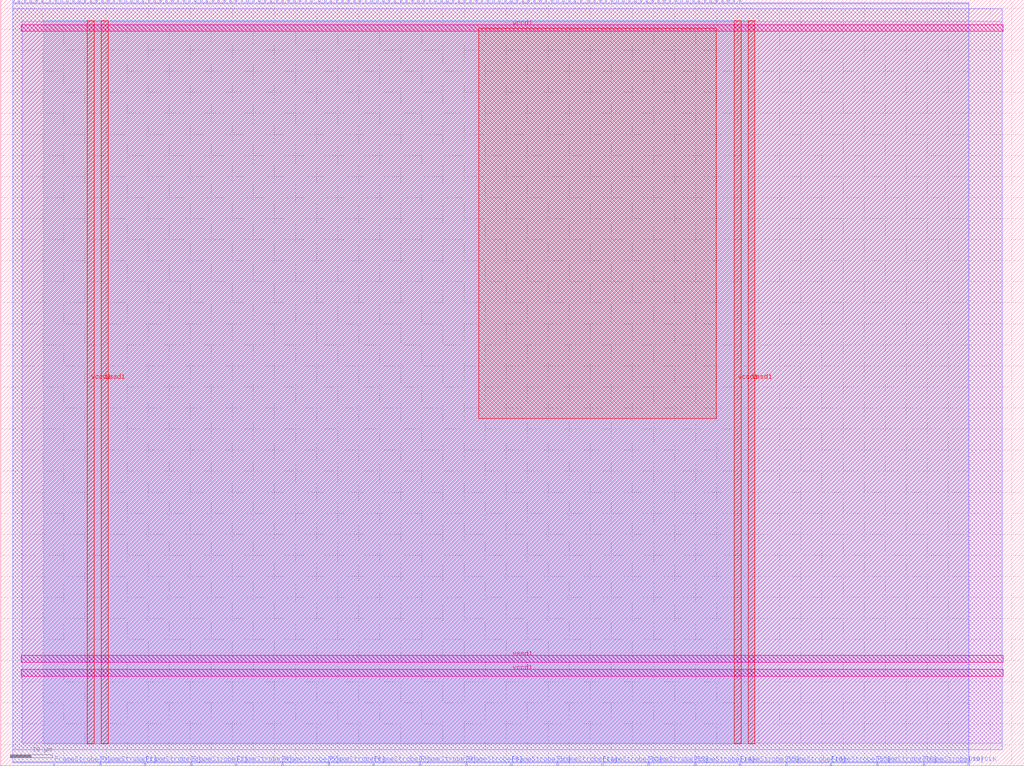
<source format=lef>
VERSION 5.7 ;
  NOWIREEXTENSIONATPIN ON ;
  DIVIDERCHAR "/" ;
  BUSBITCHARS "[]" ;
MACRO S_term_DSP
  CLASS BLOCK ;
  FOREIGN S_term_DSP ;
  ORIGIN 0.000 0.000 ;
  SIZE 243.000 BY 182.000 ;
  PIN FrameStrobe[0]
    DIRECTION INPUT ;
    USE SIGNAL ;
    ANTENNAGATEAREA 0.213000 ;
    PORT
      LAYER met2 ;
        RECT 12.460 0.000 12.840 0.700 ;
    END
  END FrameStrobe[0]
  PIN FrameStrobe[10]
    DIRECTION INPUT ;
    USE SIGNAL ;
    ANTENNAGATEAREA 0.196500 ;
    PORT
      LAYER met2 ;
        RECT 121.020 0.000 121.400 0.700 ;
    END
  END FrameStrobe[10]
  PIN FrameStrobe[11]
    DIRECTION INPUT ;
    USE SIGNAL ;
    ANTENNAGATEAREA 0.196500 ;
    PORT
      LAYER met2 ;
        RECT 132.060 0.000 132.440 0.700 ;
    END
  END FrameStrobe[11]
  PIN FrameStrobe[12]
    DIRECTION INPUT ;
    USE SIGNAL ;
    ANTENNAGATEAREA 0.196500 ;
    PORT
      LAYER met2 ;
        RECT 142.640 0.000 143.020 0.700 ;
    END
  END FrameStrobe[12]
  PIN FrameStrobe[13]
    DIRECTION INPUT ;
    USE SIGNAL ;
    ANTENNAGATEAREA 0.196500 ;
    PORT
      LAYER met2 ;
        RECT 153.680 0.000 154.060 0.700 ;
    END
  END FrameStrobe[13]
  PIN FrameStrobe[14]
    DIRECTION INPUT ;
    USE SIGNAL ;
    ANTENNAGATEAREA 0.196500 ;
    PORT
      LAYER met2 ;
        RECT 164.720 0.000 165.100 0.700 ;
    END
  END FrameStrobe[14]
  PIN FrameStrobe[15]
    DIRECTION INPUT ;
    USE SIGNAL ;
    ANTENNAGATEAREA 0.196500 ;
    PORT
      LAYER met2 ;
        RECT 175.300 0.000 175.680 0.700 ;
    END
  END FrameStrobe[15]
  PIN FrameStrobe[16]
    DIRECTION INPUT ;
    USE SIGNAL ;
    ANTENNAGATEAREA 0.126000 ;
    PORT
      LAYER met2 ;
        RECT 186.340 0.000 186.720 0.700 ;
    END
  END FrameStrobe[16]
  PIN FrameStrobe[17]
    DIRECTION INPUT ;
    USE SIGNAL ;
    ANTENNAGATEAREA 0.196500 ;
    PORT
      LAYER met2 ;
        RECT 196.920 0.000 197.300 0.700 ;
    END
  END FrameStrobe[17]
  PIN FrameStrobe[18]
    DIRECTION INPUT ;
    USE SIGNAL ;
    ANTENNAGATEAREA 0.126000 ;
    PORT
      LAYER met2 ;
        RECT 207.960 0.000 208.340 0.700 ;
    END
  END FrameStrobe[18]
  PIN FrameStrobe[19]
    DIRECTION INPUT ;
    USE SIGNAL ;
    ANTENNAGATEAREA 0.213000 ;
    PORT
      LAYER met2 ;
        RECT 219.000 0.000 219.380 0.700 ;
    END
  END FrameStrobe[19]
  PIN FrameStrobe[1]
    DIRECTION INPUT ;
    USE SIGNAL ;
    ANTENNAGATEAREA 0.126000 ;
    PORT
      LAYER met2 ;
        RECT 23.500 0.000 23.880 0.700 ;
    END
  END FrameStrobe[1]
  PIN FrameStrobe[2]
    DIRECTION INPUT ;
    USE SIGNAL ;
    ANTENNAGATEAREA 0.126000 ;
    PORT
      LAYER met2 ;
        RECT 34.080 0.000 34.460 0.700 ;
    END
  END FrameStrobe[2]
  PIN FrameStrobe[3]
    DIRECTION INPUT ;
    USE SIGNAL ;
    ANTENNAGATEAREA 0.126000 ;
    PORT
      LAYER met2 ;
        RECT 45.120 0.000 45.500 0.700 ;
    END
  END FrameStrobe[3]
  PIN FrameStrobe[4]
    DIRECTION INPUT ;
    USE SIGNAL ;
    ANTENNAGATEAREA 0.196500 ;
    PORT
      LAYER met2 ;
        RECT 55.700 0.000 56.080 0.700 ;
    END
  END FrameStrobe[4]
  PIN FrameStrobe[5]
    DIRECTION INPUT ;
    USE SIGNAL ;
    ANTENNAGATEAREA 0.196500 ;
    PORT
      LAYER met2 ;
        RECT 66.740 0.000 67.120 0.700 ;
    END
  END FrameStrobe[5]
  PIN FrameStrobe[6]
    DIRECTION INPUT ;
    USE SIGNAL ;
    ANTENNAGATEAREA 0.196500 ;
    PORT
      LAYER met2 ;
        RECT 77.780 0.000 78.160 0.700 ;
    END
  END FrameStrobe[6]
  PIN FrameStrobe[7]
    DIRECTION INPUT ;
    USE SIGNAL ;
    ANTENNAGATEAREA 0.196500 ;
    PORT
      LAYER met2 ;
        RECT 88.360 0.000 88.740 0.700 ;
    END
  END FrameStrobe[7]
  PIN FrameStrobe[8]
    DIRECTION INPUT ;
    USE SIGNAL ;
    ANTENNAGATEAREA 0.196500 ;
    PORT
      LAYER met2 ;
        RECT 99.400 0.000 99.780 0.700 ;
    END
  END FrameStrobe[8]
  PIN FrameStrobe[9]
    DIRECTION INPUT ;
    USE SIGNAL ;
    ANTENNAGATEAREA 0.196500 ;
    PORT
      LAYER met2 ;
        RECT 110.440 0.000 110.820 0.700 ;
    END
  END FrameStrobe[9]
  PIN FrameStrobe_O[0]
    DIRECTION OUTPUT TRISTATE ;
    USE SIGNAL ;
    ANTENNADIFFAREA 0.445500 ;
    PORT
      LAYER met2 ;
        RECT 147.700 181.300 148.080 182.000 ;
    END
  END FrameStrobe_O[0]
  PIN FrameStrobe_O[10]
    DIRECTION OUTPUT TRISTATE ;
    USE SIGNAL ;
    ANTENNADIFFAREA 0.795200 ;
    PORT
      LAYER met2 ;
        RECT 161.500 181.300 161.880 182.000 ;
    END
  END FrameStrobe_O[10]
  PIN FrameStrobe_O[11]
    DIRECTION OUTPUT TRISTATE ;
    USE SIGNAL ;
    ANTENNADIFFAREA 0.795200 ;
    PORT
      LAYER met2 ;
        RECT 162.880 181.300 163.260 182.000 ;
    END
  END FrameStrobe_O[11]
  PIN FrameStrobe_O[12]
    DIRECTION OUTPUT TRISTATE ;
    USE SIGNAL ;
    ANTENNADIFFAREA 0.795200 ;
    PORT
      LAYER met2 ;
        RECT 164.260 181.300 164.640 182.000 ;
    END
  END FrameStrobe_O[12]
  PIN FrameStrobe_O[13]
    DIRECTION OUTPUT TRISTATE ;
    USE SIGNAL ;
    ANTENNADIFFAREA 0.795200 ;
    PORT
      LAYER met2 ;
        RECT 165.640 181.300 166.020 182.000 ;
    END
  END FrameStrobe_O[13]
  PIN FrameStrobe_O[14]
    DIRECTION OUTPUT TRISTATE ;
    USE SIGNAL ;
    ANTENNADIFFAREA 0.795200 ;
    PORT
      LAYER met2 ;
        RECT 167.020 181.300 167.400 182.000 ;
    END
  END FrameStrobe_O[14]
  PIN FrameStrobe_O[15]
    DIRECTION OUTPUT TRISTATE ;
    USE SIGNAL ;
    ANTENNADIFFAREA 0.795200 ;
    PORT
      LAYER met2 ;
        RECT 168.400 181.300 168.780 182.000 ;
    END
  END FrameStrobe_O[15]
  PIN FrameStrobe_O[16]
    DIRECTION OUTPUT TRISTATE ;
    USE SIGNAL ;
    ANTENNADIFFAREA 0.795200 ;
    PORT
      LAYER met2 ;
        RECT 169.780 181.300 170.160 182.000 ;
    END
  END FrameStrobe_O[16]
  PIN FrameStrobe_O[17]
    DIRECTION OUTPUT TRISTATE ;
    USE SIGNAL ;
    ANTENNADIFFAREA 0.795200 ;
    PORT
      LAYER met2 ;
        RECT 171.160 181.300 171.540 182.000 ;
    END
  END FrameStrobe_O[17]
  PIN FrameStrobe_O[18]
    DIRECTION OUTPUT TRISTATE ;
    USE SIGNAL ;
    ANTENNADIFFAREA 0.795200 ;
    PORT
      LAYER met2 ;
        RECT 172.540 181.300 172.920 182.000 ;
    END
  END FrameStrobe_O[18]
  PIN FrameStrobe_O[19]
    DIRECTION OUTPUT TRISTATE ;
    USE SIGNAL ;
    ANTENNADIFFAREA 0.795200 ;
    PORT
      LAYER met2 ;
        RECT 173.920 181.300 174.300 182.000 ;
    END
  END FrameStrobe_O[19]
  PIN FrameStrobe_O[1]
    DIRECTION OUTPUT TRISTATE ;
    USE SIGNAL ;
    ANTENNADIFFAREA 0.795200 ;
    PORT
      LAYER met2 ;
        RECT 149.080 181.300 149.460 182.000 ;
    END
  END FrameStrobe_O[1]
  PIN FrameStrobe_O[2]
    DIRECTION OUTPUT TRISTATE ;
    USE SIGNAL ;
    ANTENNADIFFAREA 0.795200 ;
    PORT
      LAYER met2 ;
        RECT 150.460 181.300 150.840 182.000 ;
    END
  END FrameStrobe_O[2]
  PIN FrameStrobe_O[3]
    DIRECTION OUTPUT TRISTATE ;
    USE SIGNAL ;
    ANTENNADIFFAREA 0.795200 ;
    PORT
      LAYER met2 ;
        RECT 151.840 181.300 152.220 182.000 ;
    END
  END FrameStrobe_O[3]
  PIN FrameStrobe_O[4]
    DIRECTION OUTPUT TRISTATE ;
    USE SIGNAL ;
    ANTENNADIFFAREA 0.445500 ;
    PORT
      LAYER met2 ;
        RECT 153.220 181.300 153.600 182.000 ;
    END
  END FrameStrobe_O[4]
  PIN FrameStrobe_O[5]
    DIRECTION OUTPUT TRISTATE ;
    USE SIGNAL ;
    ANTENNADIFFAREA 0.795200 ;
    PORT
      LAYER met2 ;
        RECT 154.600 181.300 154.980 182.000 ;
    END
  END FrameStrobe_O[5]
  PIN FrameStrobe_O[6]
    DIRECTION OUTPUT TRISTATE ;
    USE SIGNAL ;
    ANTENNADIFFAREA 0.795200 ;
    PORT
      LAYER met2 ;
        RECT 155.980 181.300 156.360 182.000 ;
    END
  END FrameStrobe_O[6]
  PIN FrameStrobe_O[7]
    DIRECTION OUTPUT TRISTATE ;
    USE SIGNAL ;
    ANTENNADIFFAREA 0.795200 ;
    PORT
      LAYER met2 ;
        RECT 157.360 181.300 157.740 182.000 ;
    END
  END FrameStrobe_O[7]
  PIN FrameStrobe_O[8]
    DIRECTION OUTPUT TRISTATE ;
    USE SIGNAL ;
    ANTENNADIFFAREA 0.795200 ;
    PORT
      LAYER met2 ;
        RECT 158.740 181.300 159.120 182.000 ;
    END
  END FrameStrobe_O[8]
  PIN FrameStrobe_O[9]
    DIRECTION OUTPUT TRISTATE ;
    USE SIGNAL ;
    ANTENNADIFFAREA 0.795200 ;
    PORT
      LAYER met2 ;
        RECT 160.120 181.300 160.500 182.000 ;
    END
  END FrameStrobe_O[9]
  PIN N1BEG[0]
    DIRECTION OUTPUT TRISTATE ;
    USE SIGNAL ;
    ANTENNADIFFAREA 0.795200 ;
    PORT
      LAYER met2 ;
        RECT 2.800 181.300 3.180 182.000 ;
    END
  END N1BEG[0]
  PIN N1BEG[1]
    DIRECTION OUTPUT TRISTATE ;
    USE SIGNAL ;
    ANTENNADIFFAREA 0.795200 ;
    PORT
      LAYER met2 ;
        RECT 4.180 181.300 4.560 182.000 ;
    END
  END N1BEG[1]
  PIN N1BEG[2]
    DIRECTION OUTPUT TRISTATE ;
    USE SIGNAL ;
    ANTENNADIFFAREA 0.795200 ;
    PORT
      LAYER met2 ;
        RECT 5.560 181.300 5.940 182.000 ;
    END
  END N1BEG[2]
  PIN N1BEG[3]
    DIRECTION OUTPUT TRISTATE ;
    USE SIGNAL ;
    ANTENNADIFFAREA 0.795200 ;
    PORT
      LAYER met2 ;
        RECT 6.940 181.300 7.320 182.000 ;
    END
  END N1BEG[3]
  PIN N2BEG[0]
    DIRECTION OUTPUT TRISTATE ;
    USE SIGNAL ;
    ANTENNADIFFAREA 0.795200 ;
    PORT
      LAYER met2 ;
        RECT 8.320 181.300 8.700 182.000 ;
    END
  END N2BEG[0]
  PIN N2BEG[1]
    DIRECTION OUTPUT TRISTATE ;
    USE SIGNAL ;
    ANTENNADIFFAREA 0.445500 ;
    PORT
      LAYER met2 ;
        RECT 9.700 181.300 10.080 182.000 ;
    END
  END N2BEG[1]
  PIN N2BEG[2]
    DIRECTION OUTPUT TRISTATE ;
    USE SIGNAL ;
    ANTENNADIFFAREA 0.445500 ;
    PORT
      LAYER met2 ;
        RECT 11.540 181.300 11.920 182.000 ;
    END
  END N2BEG[2]
  PIN N2BEG[3]
    DIRECTION OUTPUT TRISTATE ;
    USE SIGNAL ;
    ANTENNADIFFAREA 0.795200 ;
    PORT
      LAYER met2 ;
        RECT 12.920 181.300 13.300 182.000 ;
    END
  END N2BEG[3]
  PIN N2BEG[4]
    DIRECTION OUTPUT TRISTATE ;
    USE SIGNAL ;
    ANTENNADIFFAREA 0.795200 ;
    PORT
      LAYER met2 ;
        RECT 14.300 181.300 14.680 182.000 ;
    END
  END N2BEG[4]
  PIN N2BEG[5]
    DIRECTION OUTPUT TRISTATE ;
    USE SIGNAL ;
    ANTENNADIFFAREA 0.795200 ;
    PORT
      LAYER met2 ;
        RECT 15.680 181.300 16.060 182.000 ;
    END
  END N2BEG[5]
  PIN N2BEG[6]
    DIRECTION OUTPUT TRISTATE ;
    USE SIGNAL ;
    ANTENNADIFFAREA 0.445500 ;
    PORT
      LAYER met2 ;
        RECT 17.060 181.300 17.440 182.000 ;
    END
  END N2BEG[6]
  PIN N2BEG[7]
    DIRECTION OUTPUT TRISTATE ;
    USE SIGNAL ;
    ANTENNADIFFAREA 0.445500 ;
    PORT
      LAYER met2 ;
        RECT 18.440 181.300 18.820 182.000 ;
    END
  END N2BEG[7]
  PIN N2BEGb[0]
    DIRECTION OUTPUT TRISTATE ;
    USE SIGNAL ;
    ANTENNADIFFAREA 0.795200 ;
    PORT
      LAYER met2 ;
        RECT 19.820 181.300 20.200 182.000 ;
    END
  END N2BEGb[0]
  PIN N2BEGb[1]
    DIRECTION OUTPUT TRISTATE ;
    USE SIGNAL ;
    ANTENNADIFFAREA 0.795200 ;
    PORT
      LAYER met2 ;
        RECT 21.200 181.300 21.580 182.000 ;
    END
  END N2BEGb[1]
  PIN N2BEGb[2]
    DIRECTION OUTPUT TRISTATE ;
    USE SIGNAL ;
    ANTENNADIFFAREA 0.795200 ;
    PORT
      LAYER met2 ;
        RECT 22.580 181.300 22.960 182.000 ;
    END
  END N2BEGb[2]
  PIN N2BEGb[3]
    DIRECTION OUTPUT TRISTATE ;
    USE SIGNAL ;
    ANTENNADIFFAREA 0.445500 ;
    PORT
      LAYER met2 ;
        RECT 23.960 181.300 24.340 182.000 ;
    END
  END N2BEGb[3]
  PIN N2BEGb[4]
    DIRECTION OUTPUT TRISTATE ;
    USE SIGNAL ;
    ANTENNADIFFAREA 0.445500 ;
    PORT
      LAYER met2 ;
        RECT 25.340 181.300 25.720 182.000 ;
    END
  END N2BEGb[4]
  PIN N2BEGb[5]
    DIRECTION OUTPUT TRISTATE ;
    USE SIGNAL ;
    ANTENNADIFFAREA 0.795200 ;
    PORT
      LAYER met2 ;
        RECT 26.720 181.300 27.100 182.000 ;
    END
  END N2BEGb[5]
  PIN N2BEGb[6]
    DIRECTION OUTPUT TRISTATE ;
    USE SIGNAL ;
    ANTENNADIFFAREA 0.795200 ;
    PORT
      LAYER met2 ;
        RECT 28.100 181.300 28.480 182.000 ;
    END
  END N2BEGb[6]
  PIN N2BEGb[7]
    DIRECTION OUTPUT TRISTATE ;
    USE SIGNAL ;
    ANTENNADIFFAREA 0.795200 ;
    PORT
      LAYER met2 ;
        RECT 29.480 181.300 29.860 182.000 ;
    END
  END N2BEGb[7]
  PIN N4BEG[0]
    DIRECTION OUTPUT TRISTATE ;
    USE SIGNAL ;
    ANTENNADIFFAREA 0.445500 ;
    PORT
      LAYER met2 ;
        RECT 30.860 181.300 31.240 182.000 ;
    END
  END N4BEG[0]
  PIN N4BEG[10]
    DIRECTION OUTPUT TRISTATE ;
    USE SIGNAL ;
    ANTENNADIFFAREA 0.445500 ;
    PORT
      LAYER met2 ;
        RECT 44.660 181.300 45.040 182.000 ;
    END
  END N4BEG[10]
  PIN N4BEG[11]
    DIRECTION OUTPUT TRISTATE ;
    USE SIGNAL ;
    ANTENNADIFFAREA 0.795200 ;
    PORT
      LAYER met2 ;
        RECT 46.040 181.300 46.420 182.000 ;
    END
  END N4BEG[11]
  PIN N4BEG[12]
    DIRECTION OUTPUT TRISTATE ;
    USE SIGNAL ;
    ANTENNADIFFAREA 0.795200 ;
    PORT
      LAYER met2 ;
        RECT 47.420 181.300 47.800 182.000 ;
    END
  END N4BEG[12]
  PIN N4BEG[13]
    DIRECTION OUTPUT TRISTATE ;
    USE SIGNAL ;
    ANTENNADIFFAREA 0.795200 ;
    PORT
      LAYER met2 ;
        RECT 48.800 181.300 49.180 182.000 ;
    END
  END N4BEG[13]
  PIN N4BEG[14]
    DIRECTION OUTPUT TRISTATE ;
    USE SIGNAL ;
    ANTENNADIFFAREA 0.795200 ;
    PORT
      LAYER met2 ;
        RECT 50.180 181.300 50.560 182.000 ;
    END
  END N4BEG[14]
  PIN N4BEG[15]
    DIRECTION OUTPUT TRISTATE ;
    USE SIGNAL ;
    ANTENNADIFFAREA 0.445500 ;
    PORT
      LAYER met2 ;
        RECT 51.560 181.300 51.940 182.000 ;
    END
  END N4BEG[15]
  PIN N4BEG[1]
    DIRECTION OUTPUT TRISTATE ;
    USE SIGNAL ;
    ANTENNADIFFAREA 0.795200 ;
    PORT
      LAYER met2 ;
        RECT 32.240 181.300 32.620 182.000 ;
    END
  END N4BEG[1]
  PIN N4BEG[2]
    DIRECTION OUTPUT TRISTATE ;
    USE SIGNAL ;
    ANTENNADIFFAREA 0.795200 ;
    PORT
      LAYER met2 ;
        RECT 33.620 181.300 34.000 182.000 ;
    END
  END N4BEG[2]
  PIN N4BEG[3]
    DIRECTION OUTPUT TRISTATE ;
    USE SIGNAL ;
    ANTENNADIFFAREA 0.795200 ;
    PORT
      LAYER met2 ;
        RECT 35.000 181.300 35.380 182.000 ;
    END
  END N4BEG[3]
  PIN N4BEG[4]
    DIRECTION OUTPUT TRISTATE ;
    USE SIGNAL ;
    ANTENNADIFFAREA 0.795200 ;
    PORT
      LAYER met2 ;
        RECT 36.380 181.300 36.760 182.000 ;
    END
  END N4BEG[4]
  PIN N4BEG[5]
    DIRECTION OUTPUT TRISTATE ;
    USE SIGNAL ;
    ANTENNADIFFAREA 0.445500 ;
    PORT
      LAYER met2 ;
        RECT 37.760 181.300 38.140 182.000 ;
    END
  END N4BEG[5]
  PIN N4BEG[6]
    DIRECTION OUTPUT TRISTATE ;
    USE SIGNAL ;
    ANTENNADIFFAREA 0.445500 ;
    PORT
      LAYER met2 ;
        RECT 39.140 181.300 39.520 182.000 ;
    END
  END N4BEG[6]
  PIN N4BEG[7]
    DIRECTION OUTPUT TRISTATE ;
    USE SIGNAL ;
    ANTENNADIFFAREA 0.795200 ;
    PORT
      LAYER met2 ;
        RECT 40.520 181.300 40.900 182.000 ;
    END
  END N4BEG[7]
  PIN N4BEG[8]
    DIRECTION OUTPUT TRISTATE ;
    USE SIGNAL ;
    ANTENNADIFFAREA 0.795200 ;
    PORT
      LAYER met2 ;
        RECT 41.900 181.300 42.280 182.000 ;
    END
  END N4BEG[8]
  PIN N4BEG[9]
    DIRECTION OUTPUT TRISTATE ;
    USE SIGNAL ;
    ANTENNADIFFAREA 0.445500 ;
    PORT
      LAYER met2 ;
        RECT 43.280 181.300 43.660 182.000 ;
    END
  END N4BEG[9]
  PIN NN4BEG[0]
    DIRECTION OUTPUT TRISTATE ;
    USE SIGNAL ;
    ANTENNADIFFAREA 0.445500 ;
    PORT
      LAYER met2 ;
        RECT 52.940 181.300 53.320 182.000 ;
    END
  END NN4BEG[0]
  PIN NN4BEG[10]
    DIRECTION OUTPUT TRISTATE ;
    USE SIGNAL ;
    ANTENNADIFFAREA 0.445500 ;
    PORT
      LAYER met2 ;
        RECT 66.740 181.300 67.120 182.000 ;
    END
  END NN4BEG[10]
  PIN NN4BEG[11]
    DIRECTION OUTPUT TRISTATE ;
    USE SIGNAL ;
    ANTENNADIFFAREA 0.795200 ;
    PORT
      LAYER met2 ;
        RECT 68.120 181.300 68.500 182.000 ;
    END
  END NN4BEG[11]
  PIN NN4BEG[12]
    DIRECTION OUTPUT TRISTATE ;
    USE SIGNAL ;
    ANTENNADIFFAREA 0.795200 ;
    PORT
      LAYER met2 ;
        RECT 69.500 181.300 69.880 182.000 ;
    END
  END NN4BEG[12]
  PIN NN4BEG[13]
    DIRECTION OUTPUT TRISTATE ;
    USE SIGNAL ;
    ANTENNADIFFAREA 0.445500 ;
    PORT
      LAYER met2 ;
        RECT 70.880 181.300 71.260 182.000 ;
    END
  END NN4BEG[13]
  PIN NN4BEG[14]
    DIRECTION OUTPUT TRISTATE ;
    USE SIGNAL ;
    ANTENNADIFFAREA 0.795200 ;
    PORT
      LAYER met2 ;
        RECT 72.260 181.300 72.640 182.000 ;
    END
  END NN4BEG[14]
  PIN NN4BEG[15]
    DIRECTION OUTPUT TRISTATE ;
    USE SIGNAL ;
    ANTENNADIFFAREA 0.445500 ;
    PORT
      LAYER met2 ;
        RECT 73.640 181.300 74.020 182.000 ;
    END
  END NN4BEG[15]
  PIN NN4BEG[1]
    DIRECTION OUTPUT TRISTATE ;
    USE SIGNAL ;
    ANTENNADIFFAREA 0.795200 ;
    PORT
      LAYER met2 ;
        RECT 54.320 181.300 54.700 182.000 ;
    END
  END NN4BEG[1]
  PIN NN4BEG[2]
    DIRECTION OUTPUT TRISTATE ;
    USE SIGNAL ;
    ANTENNADIFFAREA 0.795200 ;
    PORT
      LAYER met2 ;
        RECT 55.700 181.300 56.080 182.000 ;
    END
  END NN4BEG[2]
  PIN NN4BEG[3]
    DIRECTION OUTPUT TRISTATE ;
    USE SIGNAL ;
    ANTENNADIFFAREA 0.795200 ;
    PORT
      LAYER met2 ;
        RECT 57.080 181.300 57.460 182.000 ;
    END
  END NN4BEG[3]
  PIN NN4BEG[4]
    DIRECTION OUTPUT TRISTATE ;
    USE SIGNAL ;
    ANTENNADIFFAREA 0.445500 ;
    PORT
      LAYER met2 ;
        RECT 58.460 181.300 58.840 182.000 ;
    END
  END NN4BEG[4]
  PIN NN4BEG[5]
    DIRECTION OUTPUT TRISTATE ;
    USE SIGNAL ;
    ANTENNADIFFAREA 0.445500 ;
    PORT
      LAYER met2 ;
        RECT 59.840 181.300 60.220 182.000 ;
    END
  END NN4BEG[5]
  PIN NN4BEG[6]
    DIRECTION OUTPUT TRISTATE ;
    USE SIGNAL ;
    ANTENNADIFFAREA 0.795200 ;
    PORT
      LAYER met2 ;
        RECT 61.220 181.300 61.600 182.000 ;
    END
  END NN4BEG[6]
  PIN NN4BEG[7]
    DIRECTION OUTPUT TRISTATE ;
    USE SIGNAL ;
    ANTENNADIFFAREA 0.795200 ;
    PORT
      LAYER met2 ;
        RECT 62.600 181.300 62.980 182.000 ;
    END
  END NN4BEG[7]
  PIN NN4BEG[8]
    DIRECTION OUTPUT TRISTATE ;
    USE SIGNAL ;
    ANTENNADIFFAREA 0.795200 ;
    PORT
      LAYER met2 ;
        RECT 63.980 181.300 64.360 182.000 ;
    END
  END NN4BEG[8]
  PIN NN4BEG[9]
    DIRECTION OUTPUT TRISTATE ;
    USE SIGNAL ;
    ANTENNADIFFAREA 0.445500 ;
    PORT
      LAYER met2 ;
        RECT 65.360 181.300 65.740 182.000 ;
    END
  END NN4BEG[9]
  PIN S1END[0]
    DIRECTION INPUT ;
    USE SIGNAL ;
    ANTENNAGATEAREA 0.196500 ;
    PORT
      LAYER met2 ;
        RECT 75.480 181.300 75.860 182.000 ;
    END
  END S1END[0]
  PIN S1END[1]
    DIRECTION INPUT ;
    USE SIGNAL ;
    ANTENNAGATEAREA 0.196500 ;
    PORT
      LAYER met2 ;
        RECT 76.860 181.300 77.240 182.000 ;
    END
  END S1END[1]
  PIN S1END[2]
    DIRECTION INPUT ;
    USE SIGNAL ;
    ANTENNAGATEAREA 0.196500 ;
    PORT
      LAYER met2 ;
        RECT 78.240 181.300 78.620 182.000 ;
    END
  END S1END[2]
  PIN S1END[3]
    DIRECTION INPUT ;
    USE SIGNAL ;
    ANTENNAGATEAREA 0.196500 ;
    PORT
      LAYER met2 ;
        RECT 79.620 181.300 80.000 182.000 ;
    END
  END S1END[3]
  PIN S2END[0]
    DIRECTION INPUT ;
    USE SIGNAL ;
    ANTENNAGATEAREA 0.196500 ;
    PORT
      LAYER met2 ;
        RECT 92.040 181.300 92.420 182.000 ;
    END
  END S2END[0]
  PIN S2END[1]
    DIRECTION INPUT ;
    USE SIGNAL ;
    ANTENNAGATEAREA 0.196500 ;
    PORT
      LAYER met2 ;
        RECT 93.420 181.300 93.800 182.000 ;
    END
  END S2END[1]
  PIN S2END[2]
    DIRECTION INPUT ;
    USE SIGNAL ;
    ANTENNAGATEAREA 0.196500 ;
    PORT
      LAYER met2 ;
        RECT 94.800 181.300 95.180 182.000 ;
    END
  END S2END[2]
  PIN S2END[3]
    DIRECTION INPUT ;
    USE SIGNAL ;
    ANTENNAGATEAREA 0.196500 ;
    PORT
      LAYER met2 ;
        RECT 96.180 181.300 96.560 182.000 ;
    END
  END S2END[3]
  PIN S2END[4]
    DIRECTION INPUT ;
    USE SIGNAL ;
    ANTENNAGATEAREA 0.196500 ;
    PORT
      LAYER met2 ;
        RECT 97.560 181.300 97.940 182.000 ;
    END
  END S2END[4]
  PIN S2END[5]
    DIRECTION INPUT ;
    USE SIGNAL ;
    ANTENNAGATEAREA 0.196500 ;
    PORT
      LAYER met2 ;
        RECT 98.940 181.300 99.320 182.000 ;
    END
  END S2END[5]
  PIN S2END[6]
    DIRECTION INPUT ;
    USE SIGNAL ;
    ANTENNAGATEAREA 0.196500 ;
    PORT
      LAYER met2 ;
        RECT 100.320 181.300 100.700 182.000 ;
    END
  END S2END[6]
  PIN S2END[7]
    DIRECTION INPUT ;
    USE SIGNAL ;
    ANTENNAGATEAREA 0.196500 ;
    PORT
      LAYER met2 ;
        RECT 101.700 181.300 102.080 182.000 ;
    END
  END S2END[7]
  PIN S2MID[0]
    DIRECTION INPUT ;
    USE SIGNAL ;
    ANTENNAGATEAREA 0.196500 ;
    PORT
      LAYER met2 ;
        RECT 81.000 181.300 81.380 182.000 ;
    END
  END S2MID[0]
  PIN S2MID[1]
    DIRECTION INPUT ;
    USE SIGNAL ;
    ANTENNAGATEAREA 0.196500 ;
    PORT
      LAYER met2 ;
        RECT 82.380 181.300 82.760 182.000 ;
    END
  END S2MID[1]
  PIN S2MID[2]
    DIRECTION INPUT ;
    USE SIGNAL ;
    ANTENNAGATEAREA 0.196500 ;
    PORT
      LAYER met2 ;
        RECT 83.760 181.300 84.140 182.000 ;
    END
  END S2MID[2]
  PIN S2MID[3]
    DIRECTION INPUT ;
    USE SIGNAL ;
    ANTENNAGATEAREA 0.196500 ;
    PORT
      LAYER met2 ;
        RECT 85.140 181.300 85.520 182.000 ;
    END
  END S2MID[3]
  PIN S2MID[4]
    DIRECTION INPUT ;
    USE SIGNAL ;
    ANTENNAGATEAREA 0.196500 ;
    PORT
      LAYER met2 ;
        RECT 86.520 181.300 86.900 182.000 ;
    END
  END S2MID[4]
  PIN S2MID[5]
    DIRECTION INPUT ;
    USE SIGNAL ;
    ANTENNAGATEAREA 0.196500 ;
    PORT
      LAYER met2 ;
        RECT 87.900 181.300 88.280 182.000 ;
    END
  END S2MID[5]
  PIN S2MID[6]
    DIRECTION INPUT ;
    USE SIGNAL ;
    ANTENNAGATEAREA 0.196500 ;
    PORT
      LAYER met2 ;
        RECT 89.280 181.300 89.660 182.000 ;
    END
  END S2MID[6]
  PIN S2MID[7]
    DIRECTION INPUT ;
    USE SIGNAL ;
    ANTENNAGATEAREA 0.196500 ;
    PORT
      LAYER met2 ;
        RECT 90.660 181.300 91.040 182.000 ;
    END
  END S2MID[7]
  PIN S4END[0]
    DIRECTION INPUT ;
    USE SIGNAL ;
    ANTENNAGATEAREA 0.196500 ;
    PORT
      LAYER met2 ;
        RECT 103.080 181.300 103.460 182.000 ;
    END
  END S4END[0]
  PIN S4END[10]
    DIRECTION INPUT ;
    USE SIGNAL ;
    ANTENNAGATEAREA 0.196500 ;
    PORT
      LAYER met2 ;
        RECT 116.880 181.300 117.260 182.000 ;
    END
  END S4END[10]
  PIN S4END[11]
    DIRECTION INPUT ;
    USE SIGNAL ;
    ANTENNAGATEAREA 0.196500 ;
    PORT
      LAYER met2 ;
        RECT 118.260 181.300 118.640 182.000 ;
    END
  END S4END[11]
  PIN S4END[12]
    DIRECTION INPUT ;
    USE SIGNAL ;
    ANTENNAGATEAREA 0.196500 ;
    PORT
      LAYER met2 ;
        RECT 119.640 181.300 120.020 182.000 ;
    END
  END S4END[12]
  PIN S4END[13]
    DIRECTION INPUT ;
    USE SIGNAL ;
    ANTENNAGATEAREA 0.196500 ;
    PORT
      LAYER met2 ;
        RECT 121.020 181.300 121.400 182.000 ;
    END
  END S4END[13]
  PIN S4END[14]
    DIRECTION INPUT ;
    USE SIGNAL ;
    ANTENNAGATEAREA 0.196500 ;
    PORT
      LAYER met2 ;
        RECT 122.400 181.300 122.780 182.000 ;
    END
  END S4END[14]
  PIN S4END[15]
    DIRECTION INPUT ;
    USE SIGNAL ;
    ANTENNAGATEAREA 0.196500 ;
    PORT
      LAYER met2 ;
        RECT 123.780 181.300 124.160 182.000 ;
    END
  END S4END[15]
  PIN S4END[1]
    DIRECTION INPUT ;
    USE SIGNAL ;
    ANTENNAGATEAREA 0.196500 ;
    PORT
      LAYER met2 ;
        RECT 104.460 181.300 104.840 182.000 ;
    END
  END S4END[1]
  PIN S4END[2]
    DIRECTION INPUT ;
    USE SIGNAL ;
    ANTENNAGATEAREA 0.196500 ;
    PORT
      LAYER met2 ;
        RECT 105.840 181.300 106.220 182.000 ;
    END
  END S4END[2]
  PIN S4END[3]
    DIRECTION INPUT ;
    USE SIGNAL ;
    ANTENNAGATEAREA 0.196500 ;
    PORT
      LAYER met2 ;
        RECT 107.220 181.300 107.600 182.000 ;
    END
  END S4END[3]
  PIN S4END[4]
    DIRECTION INPUT ;
    USE SIGNAL ;
    ANTENNAGATEAREA 0.196500 ;
    PORT
      LAYER met2 ;
        RECT 108.600 181.300 108.980 182.000 ;
    END
  END S4END[4]
  PIN S4END[5]
    DIRECTION INPUT ;
    USE SIGNAL ;
    ANTENNAGATEAREA 0.196500 ;
    PORT
      LAYER met2 ;
        RECT 109.980 181.300 110.360 182.000 ;
    END
  END S4END[5]
  PIN S4END[6]
    DIRECTION INPUT ;
    USE SIGNAL ;
    ANTENNAGATEAREA 0.196500 ;
    PORT
      LAYER met2 ;
        RECT 111.360 181.300 111.740 182.000 ;
    END
  END S4END[6]
  PIN S4END[7]
    DIRECTION INPUT ;
    USE SIGNAL ;
    ANTENNAGATEAREA 0.196500 ;
    PORT
      LAYER met2 ;
        RECT 112.740 181.300 113.120 182.000 ;
    END
  END S4END[7]
  PIN S4END[8]
    DIRECTION INPUT ;
    USE SIGNAL ;
    ANTENNAGATEAREA 0.196500 ;
    PORT
      LAYER met2 ;
        RECT 114.120 181.300 114.500 182.000 ;
    END
  END S4END[8]
  PIN S4END[9]
    DIRECTION INPUT ;
    USE SIGNAL ;
    ANTENNAGATEAREA 0.196500 ;
    PORT
      LAYER met2 ;
        RECT 115.500 181.300 115.880 182.000 ;
    END
  END S4END[9]
  PIN SS4END[0]
    DIRECTION INPUT ;
    USE SIGNAL ;
    ANTENNAGATEAREA 0.196500 ;
    PORT
      LAYER met2 ;
        RECT 125.160 181.300 125.540 182.000 ;
    END
  END SS4END[0]
  PIN SS4END[10]
    DIRECTION INPUT ;
    USE SIGNAL ;
    ANTENNAGATEAREA 0.196500 ;
    PORT
      LAYER met2 ;
        RECT 139.420 181.300 139.800 182.000 ;
    END
  END SS4END[10]
  PIN SS4END[11]
    DIRECTION INPUT ;
    USE SIGNAL ;
    ANTENNAGATEAREA 0.196500 ;
    PORT
      LAYER met2 ;
        RECT 140.800 181.300 141.180 182.000 ;
    END
  END SS4END[11]
  PIN SS4END[12]
    DIRECTION INPUT ;
    USE SIGNAL ;
    ANTENNAGATEAREA 0.196500 ;
    PORT
      LAYER met2 ;
        RECT 142.180 181.300 142.560 182.000 ;
    END
  END SS4END[12]
  PIN SS4END[13]
    DIRECTION INPUT ;
    USE SIGNAL ;
    ANTENNAGATEAREA 0.196500 ;
    PORT
      LAYER met2 ;
        RECT 143.560 181.300 143.940 182.000 ;
    END
  END SS4END[13]
  PIN SS4END[14]
    DIRECTION INPUT ;
    USE SIGNAL ;
    ANTENNAGATEAREA 0.196500 ;
    PORT
      LAYER met2 ;
        RECT 144.940 181.300 145.320 182.000 ;
    END
  END SS4END[14]
  PIN SS4END[15]
    DIRECTION INPUT ;
    USE SIGNAL ;
    ANTENNAGATEAREA 0.196500 ;
    PORT
      LAYER met2 ;
        RECT 146.320 181.300 146.700 182.000 ;
    END
  END SS4END[15]
  PIN SS4END[1]
    DIRECTION INPUT ;
    USE SIGNAL ;
    ANTENNAGATEAREA 0.196500 ;
    PORT
      LAYER met2 ;
        RECT 126.540 181.300 126.920 182.000 ;
    END
  END SS4END[1]
  PIN SS4END[2]
    DIRECTION INPUT ;
    USE SIGNAL ;
    ANTENNAGATEAREA 0.196500 ;
    PORT
      LAYER met2 ;
        RECT 127.920 181.300 128.300 182.000 ;
    END
  END SS4END[2]
  PIN SS4END[3]
    DIRECTION INPUT ;
    USE SIGNAL ;
    ANTENNAGATEAREA 0.196500 ;
    PORT
      LAYER met2 ;
        RECT 129.300 181.300 129.680 182.000 ;
    END
  END SS4END[3]
  PIN SS4END[4]
    DIRECTION INPUT ;
    USE SIGNAL ;
    ANTENNAGATEAREA 0.196500 ;
    PORT
      LAYER met2 ;
        RECT 130.680 181.300 131.060 182.000 ;
    END
  END SS4END[4]
  PIN SS4END[5]
    DIRECTION INPUT ;
    USE SIGNAL ;
    ANTENNAGATEAREA 0.196500 ;
    PORT
      LAYER met2 ;
        RECT 132.060 181.300 132.440 182.000 ;
    END
  END SS4END[5]
  PIN SS4END[6]
    DIRECTION INPUT ;
    USE SIGNAL ;
    ANTENNAGATEAREA 0.196500 ;
    PORT
      LAYER met2 ;
        RECT 133.440 181.300 133.820 182.000 ;
    END
  END SS4END[6]
  PIN SS4END[7]
    DIRECTION INPUT ;
    USE SIGNAL ;
    ANTENNAGATEAREA 0.196500 ;
    PORT
      LAYER met2 ;
        RECT 134.820 181.300 135.200 182.000 ;
    END
  END SS4END[7]
  PIN SS4END[8]
    DIRECTION INPUT ;
    USE SIGNAL ;
    ANTENNAGATEAREA 0.196500 ;
    PORT
      LAYER met2 ;
        RECT 136.200 181.300 136.580 182.000 ;
    END
  END SS4END[8]
  PIN SS4END[9]
    DIRECTION INPUT ;
    USE SIGNAL ;
    ANTENNAGATEAREA 0.196500 ;
    PORT
      LAYER met2 ;
        RECT 137.580 181.300 137.960 182.000 ;
    END
  END SS4END[9]
  PIN UserCLK
    DIRECTION INPUT ;
    USE SIGNAL ;
    ANTENNAGATEAREA 0.159000 ;
    PORT
      LAYER met2 ;
        RECT 229.580 0.000 229.960 0.700 ;
    END
  END UserCLK
  PIN UserCLKo
    DIRECTION OUTPUT TRISTATE ;
    USE SIGNAL ;
    ANTENNADIFFAREA 0.340600 ;
    PORT
      LAYER met2 ;
        RECT 175.300 181.300 175.680 182.000 ;
    END
  END UserCLKo
  PIN vccd1
    DIRECTION INOUT ;
    USE POWER ;
    PORT
      LAYER met4 ;
        RECT 20.580 5.200 22.180 177.040 ;
    END
    PORT
      LAYER met4 ;
        RECT 174.180 5.200 175.780 177.040 ;
    END
    PORT
      LAYER met5 ;
        RECT 4.820 21.290 238.060 22.890 ;
    END
    PORT
      LAYER met5 ;
        RECT 4.820 174.470 238.060 176.070 ;
    END
  END vccd1
  PIN vssd1
    DIRECTION INOUT ;
    USE GROUND ;
    PORT
      LAYER met4 ;
        RECT 23.880 5.200 25.480 177.040 ;
    END
    PORT
      LAYER met4 ;
        RECT 177.480 5.200 179.080 177.040 ;
    END
    PORT
      LAYER met5 ;
        RECT 4.820 24.590 238.060 26.190 ;
    END
  END vssd1
  OBS
      LAYER li1 ;
        RECT 5.060 5.355 237.820 176.885 ;
      LAYER met1 ;
        RECT 2.830 3.780 237.820 179.820 ;
      LAYER met2 ;
        RECT 3.460 181.020 3.900 181.300 ;
        RECT 4.840 181.020 5.280 181.300 ;
        RECT 6.220 181.020 6.660 181.300 ;
        RECT 7.600 181.020 8.040 181.300 ;
        RECT 8.980 181.020 9.420 181.300 ;
        RECT 10.360 181.020 11.260 181.300 ;
        RECT 12.200 181.020 12.640 181.300 ;
        RECT 13.580 181.020 14.020 181.300 ;
        RECT 14.960 181.020 15.400 181.300 ;
        RECT 16.340 181.020 16.780 181.300 ;
        RECT 17.720 181.020 18.160 181.300 ;
        RECT 19.100 181.020 19.540 181.300 ;
        RECT 20.480 181.020 20.920 181.300 ;
        RECT 21.860 181.020 22.300 181.300 ;
        RECT 23.240 181.020 23.680 181.300 ;
        RECT 24.620 181.020 25.060 181.300 ;
        RECT 26.000 181.020 26.440 181.300 ;
        RECT 27.380 181.020 27.820 181.300 ;
        RECT 28.760 181.020 29.200 181.300 ;
        RECT 30.140 181.020 30.580 181.300 ;
        RECT 31.520 181.020 31.960 181.300 ;
        RECT 32.900 181.020 33.340 181.300 ;
        RECT 34.280 181.020 34.720 181.300 ;
        RECT 35.660 181.020 36.100 181.300 ;
        RECT 37.040 181.020 37.480 181.300 ;
        RECT 38.420 181.020 38.860 181.300 ;
        RECT 39.800 181.020 40.240 181.300 ;
        RECT 41.180 181.020 41.620 181.300 ;
        RECT 42.560 181.020 43.000 181.300 ;
        RECT 43.940 181.020 44.380 181.300 ;
        RECT 45.320 181.020 45.760 181.300 ;
        RECT 46.700 181.020 47.140 181.300 ;
        RECT 48.080 181.020 48.520 181.300 ;
        RECT 49.460 181.020 49.900 181.300 ;
        RECT 50.840 181.020 51.280 181.300 ;
        RECT 52.220 181.020 52.660 181.300 ;
        RECT 53.600 181.020 54.040 181.300 ;
        RECT 54.980 181.020 55.420 181.300 ;
        RECT 56.360 181.020 56.800 181.300 ;
        RECT 57.740 181.020 58.180 181.300 ;
        RECT 59.120 181.020 59.560 181.300 ;
        RECT 60.500 181.020 60.940 181.300 ;
        RECT 61.880 181.020 62.320 181.300 ;
        RECT 63.260 181.020 63.700 181.300 ;
        RECT 64.640 181.020 65.080 181.300 ;
        RECT 66.020 181.020 66.460 181.300 ;
        RECT 67.400 181.020 67.840 181.300 ;
        RECT 68.780 181.020 69.220 181.300 ;
        RECT 70.160 181.020 70.600 181.300 ;
        RECT 71.540 181.020 71.980 181.300 ;
        RECT 72.920 181.020 73.360 181.300 ;
        RECT 74.300 181.020 75.200 181.300 ;
        RECT 76.140 181.020 76.580 181.300 ;
        RECT 77.520 181.020 77.960 181.300 ;
        RECT 78.900 181.020 79.340 181.300 ;
        RECT 80.280 181.020 80.720 181.300 ;
        RECT 81.660 181.020 82.100 181.300 ;
        RECT 83.040 181.020 83.480 181.300 ;
        RECT 84.420 181.020 84.860 181.300 ;
        RECT 85.800 181.020 86.240 181.300 ;
        RECT 87.180 181.020 87.620 181.300 ;
        RECT 88.560 181.020 89.000 181.300 ;
        RECT 89.940 181.020 90.380 181.300 ;
        RECT 91.320 181.020 91.760 181.300 ;
        RECT 92.700 181.020 93.140 181.300 ;
        RECT 94.080 181.020 94.520 181.300 ;
        RECT 95.460 181.020 95.900 181.300 ;
        RECT 96.840 181.020 97.280 181.300 ;
        RECT 98.220 181.020 98.660 181.300 ;
        RECT 99.600 181.020 100.040 181.300 ;
        RECT 100.980 181.020 101.420 181.300 ;
        RECT 102.360 181.020 102.800 181.300 ;
        RECT 103.740 181.020 104.180 181.300 ;
        RECT 105.120 181.020 105.560 181.300 ;
        RECT 106.500 181.020 106.940 181.300 ;
        RECT 107.880 181.020 108.320 181.300 ;
        RECT 109.260 181.020 109.700 181.300 ;
        RECT 110.640 181.020 111.080 181.300 ;
        RECT 112.020 181.020 112.460 181.300 ;
        RECT 113.400 181.020 113.840 181.300 ;
        RECT 114.780 181.020 115.220 181.300 ;
        RECT 116.160 181.020 116.600 181.300 ;
        RECT 117.540 181.020 117.980 181.300 ;
        RECT 118.920 181.020 119.360 181.300 ;
        RECT 120.300 181.020 120.740 181.300 ;
        RECT 121.680 181.020 122.120 181.300 ;
        RECT 123.060 181.020 123.500 181.300 ;
        RECT 124.440 181.020 124.880 181.300 ;
        RECT 125.820 181.020 126.260 181.300 ;
        RECT 127.200 181.020 127.640 181.300 ;
        RECT 128.580 181.020 129.020 181.300 ;
        RECT 129.960 181.020 130.400 181.300 ;
        RECT 131.340 181.020 131.780 181.300 ;
        RECT 132.720 181.020 133.160 181.300 ;
        RECT 134.100 181.020 134.540 181.300 ;
        RECT 135.480 181.020 135.920 181.300 ;
        RECT 136.860 181.020 137.300 181.300 ;
        RECT 138.240 181.020 139.140 181.300 ;
        RECT 140.080 181.020 140.520 181.300 ;
        RECT 141.460 181.020 141.900 181.300 ;
        RECT 142.840 181.020 143.280 181.300 ;
        RECT 144.220 181.020 144.660 181.300 ;
        RECT 145.600 181.020 146.040 181.300 ;
        RECT 146.980 181.020 147.420 181.300 ;
        RECT 148.360 181.020 148.800 181.300 ;
        RECT 149.740 181.020 150.180 181.300 ;
        RECT 151.120 181.020 151.560 181.300 ;
        RECT 152.500 181.020 152.940 181.300 ;
        RECT 153.880 181.020 154.320 181.300 ;
        RECT 155.260 181.020 155.700 181.300 ;
        RECT 156.640 181.020 157.080 181.300 ;
        RECT 158.020 181.020 158.460 181.300 ;
        RECT 159.400 181.020 159.840 181.300 ;
        RECT 160.780 181.020 161.220 181.300 ;
        RECT 162.160 181.020 162.600 181.300 ;
        RECT 163.540 181.020 163.980 181.300 ;
        RECT 164.920 181.020 165.360 181.300 ;
        RECT 166.300 181.020 166.740 181.300 ;
        RECT 167.680 181.020 168.120 181.300 ;
        RECT 169.060 181.020 169.500 181.300 ;
        RECT 170.440 181.020 170.880 181.300 ;
        RECT 171.820 181.020 172.260 181.300 ;
        RECT 173.200 181.020 173.640 181.300 ;
        RECT 174.580 181.020 175.020 181.300 ;
        RECT 175.960 181.020 229.900 181.300 ;
        RECT 2.860 0.980 229.900 181.020 ;
        RECT 2.860 0.700 12.180 0.980 ;
        RECT 13.120 0.700 23.220 0.980 ;
        RECT 24.160 0.700 33.800 0.980 ;
        RECT 34.740 0.700 44.840 0.980 ;
        RECT 45.780 0.700 55.420 0.980 ;
        RECT 56.360 0.700 66.460 0.980 ;
        RECT 67.400 0.700 77.500 0.980 ;
        RECT 78.440 0.700 88.080 0.980 ;
        RECT 89.020 0.700 99.120 0.980 ;
        RECT 100.060 0.700 110.160 0.980 ;
        RECT 111.100 0.700 120.740 0.980 ;
        RECT 121.680 0.700 131.780 0.980 ;
        RECT 132.720 0.700 142.360 0.980 ;
        RECT 143.300 0.700 153.400 0.980 ;
        RECT 154.340 0.700 164.440 0.980 ;
        RECT 165.380 0.700 175.020 0.980 ;
        RECT 175.960 0.700 186.060 0.980 ;
        RECT 187.000 0.700 196.640 0.980 ;
        RECT 197.580 0.700 207.680 0.980 ;
        RECT 208.620 0.700 218.720 0.980 ;
        RECT 219.660 0.700 229.300 0.980 ;
      LAYER met3 ;
        RECT 10.185 5.275 179.070 176.965 ;
      LAYER met4 ;
        RECT 113.455 82.455 169.905 175.265 ;
  END
END S_term_DSP
END LIBRARY


</source>
